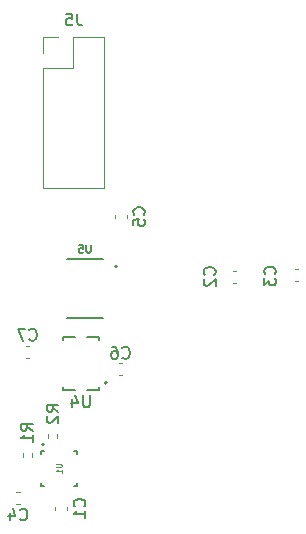
<source format=gbr>
%TF.GenerationSoftware,KiCad,Pcbnew,(6.0.8)*%
%TF.CreationDate,2022-11-08T22:30:31-08:00*%
%TF.ProjectId,ShittyOBC,53686974-7479-44f4-9243-2e6b69636164,rev?*%
%TF.SameCoordinates,Original*%
%TF.FileFunction,Legend,Bot*%
%TF.FilePolarity,Positive*%
%FSLAX46Y46*%
G04 Gerber Fmt 4.6, Leading zero omitted, Abs format (unit mm)*
G04 Created by KiCad (PCBNEW (6.0.8)) date 2022-11-08 22:30:31*
%MOMM*%
%LPD*%
G01*
G04 APERTURE LIST*
%ADD10C,0.150000*%
%ADD11C,0.120000*%
%ADD12C,0.127000*%
%ADD13C,0.200000*%
G04 APERTURE END LIST*
D10*
%TO.C,C4*%
X139241666Y-118848142D02*
X139289285Y-118895761D01*
X139432142Y-118943380D01*
X139527380Y-118943380D01*
X139670238Y-118895761D01*
X139765476Y-118800523D01*
X139813095Y-118705285D01*
X139860714Y-118514809D01*
X139860714Y-118371952D01*
X139813095Y-118181476D01*
X139765476Y-118086238D01*
X139670238Y-117991000D01*
X139527380Y-117943380D01*
X139432142Y-117943380D01*
X139289285Y-117991000D01*
X139241666Y-118038619D01*
X138384523Y-118276714D02*
X138384523Y-118943380D01*
X138622619Y-117895761D02*
X138860714Y-118610047D01*
X138241666Y-118610047D01*
%TO.C,R2*%
X142502380Y-109733333D02*
X142026190Y-109400000D01*
X142502380Y-109161904D02*
X141502380Y-109161904D01*
X141502380Y-109542857D01*
X141550000Y-109638095D01*
X141597619Y-109685714D01*
X141692857Y-109733333D01*
X141835714Y-109733333D01*
X141930952Y-109685714D01*
X141978571Y-109638095D01*
X142026190Y-109542857D01*
X142026190Y-109161904D01*
X141597619Y-110114285D02*
X141550000Y-110161904D01*
X141502380Y-110257142D01*
X141502380Y-110495238D01*
X141550000Y-110590476D01*
X141597619Y-110638095D01*
X141692857Y-110685714D01*
X141788095Y-110685714D01*
X141930952Y-110638095D01*
X142502380Y-110066666D01*
X142502380Y-110685714D01*
%TO.C,J5*%
X144103333Y-76032380D02*
X144103333Y-76746666D01*
X144150952Y-76889523D01*
X144246190Y-76984761D01*
X144389047Y-77032380D01*
X144484285Y-77032380D01*
X143150952Y-76032380D02*
X143627142Y-76032380D01*
X143674761Y-76508571D01*
X143627142Y-76460952D01*
X143531904Y-76413333D01*
X143293809Y-76413333D01*
X143198571Y-76460952D01*
X143150952Y-76508571D01*
X143103333Y-76603809D01*
X143103333Y-76841904D01*
X143150952Y-76937142D01*
X143198571Y-76984761D01*
X143293809Y-77032380D01*
X143531904Y-77032380D01*
X143627142Y-76984761D01*
X143674761Y-76937142D01*
%TO.C,C3*%
X160807142Y-98083333D02*
X160854761Y-98035714D01*
X160902380Y-97892857D01*
X160902380Y-97797619D01*
X160854761Y-97654761D01*
X160759523Y-97559523D01*
X160664285Y-97511904D01*
X160473809Y-97464285D01*
X160330952Y-97464285D01*
X160140476Y-97511904D01*
X160045238Y-97559523D01*
X159950000Y-97654761D01*
X159902380Y-97797619D01*
X159902380Y-97892857D01*
X159950000Y-98035714D01*
X159997619Y-98083333D01*
X159902380Y-98416666D02*
X159902380Y-99035714D01*
X160283333Y-98702380D01*
X160283333Y-98845238D01*
X160330952Y-98940476D01*
X160378571Y-98988095D01*
X160473809Y-99035714D01*
X160711904Y-99035714D01*
X160807142Y-98988095D01*
X160854761Y-98940476D01*
X160902380Y-98845238D01*
X160902380Y-98559523D01*
X160854761Y-98464285D01*
X160807142Y-98416666D01*
%TO.C,C1*%
X144682142Y-117758333D02*
X144729761Y-117710714D01*
X144777380Y-117567857D01*
X144777380Y-117472619D01*
X144729761Y-117329761D01*
X144634523Y-117234523D01*
X144539285Y-117186904D01*
X144348809Y-117139285D01*
X144205952Y-117139285D01*
X144015476Y-117186904D01*
X143920238Y-117234523D01*
X143825000Y-117329761D01*
X143777380Y-117472619D01*
X143777380Y-117567857D01*
X143825000Y-117710714D01*
X143872619Y-117758333D01*
X144777380Y-118710714D02*
X144777380Y-118139285D01*
X144777380Y-118425000D02*
X143777380Y-118425000D01*
X143920238Y-118329761D01*
X144015476Y-118234523D01*
X144063095Y-118139285D01*
%TO.C,U5*%
X145238132Y-95643270D02*
X145238132Y-96161908D01*
X145207624Y-96222924D01*
X145177116Y-96253432D01*
X145116100Y-96283940D01*
X144994067Y-96283940D01*
X144933051Y-96253432D01*
X144902543Y-96222924D01*
X144872035Y-96161908D01*
X144872035Y-95643270D01*
X144261873Y-95643270D02*
X144566954Y-95643270D01*
X144597462Y-95948351D01*
X144566954Y-95917843D01*
X144505938Y-95887335D01*
X144353397Y-95887335D01*
X144292381Y-95917843D01*
X144261873Y-95948351D01*
X144231365Y-96009368D01*
X144231365Y-96161908D01*
X144261873Y-96222924D01*
X144292381Y-96253432D01*
X144353397Y-96283940D01*
X144505938Y-96283940D01*
X144566954Y-96253432D01*
X144597462Y-96222924D01*
%TO.C,C6*%
X147916666Y-105157142D02*
X147964285Y-105204761D01*
X148107142Y-105252380D01*
X148202380Y-105252380D01*
X148345238Y-105204761D01*
X148440476Y-105109523D01*
X148488095Y-105014285D01*
X148535714Y-104823809D01*
X148535714Y-104680952D01*
X148488095Y-104490476D01*
X148440476Y-104395238D01*
X148345238Y-104300000D01*
X148202380Y-104252380D01*
X148107142Y-104252380D01*
X147964285Y-104300000D01*
X147916666Y-104347619D01*
X147059523Y-104252380D02*
X147250000Y-104252380D01*
X147345238Y-104300000D01*
X147392857Y-104347619D01*
X147488095Y-104490476D01*
X147535714Y-104680952D01*
X147535714Y-105061904D01*
X147488095Y-105157142D01*
X147440476Y-105204761D01*
X147345238Y-105252380D01*
X147154761Y-105252380D01*
X147059523Y-105204761D01*
X147011904Y-105157142D01*
X146964285Y-105061904D01*
X146964285Y-104823809D01*
X147011904Y-104728571D01*
X147059523Y-104680952D01*
X147154761Y-104633333D01*
X147345238Y-104633333D01*
X147440476Y-104680952D01*
X147488095Y-104728571D01*
X147535714Y-104823809D01*
%TO.C,C2*%
X155707142Y-98133333D02*
X155754761Y-98085714D01*
X155802380Y-97942857D01*
X155802380Y-97847619D01*
X155754761Y-97704761D01*
X155659523Y-97609523D01*
X155564285Y-97561904D01*
X155373809Y-97514285D01*
X155230952Y-97514285D01*
X155040476Y-97561904D01*
X154945238Y-97609523D01*
X154850000Y-97704761D01*
X154802380Y-97847619D01*
X154802380Y-97942857D01*
X154850000Y-98085714D01*
X154897619Y-98133333D01*
X154897619Y-98514285D02*
X154850000Y-98561904D01*
X154802380Y-98657142D01*
X154802380Y-98895238D01*
X154850000Y-98990476D01*
X154897619Y-99038095D01*
X154992857Y-99085714D01*
X155088095Y-99085714D01*
X155230952Y-99038095D01*
X155802380Y-98466666D01*
X155802380Y-99085714D01*
%TO.C,C7*%
X140041666Y-103627142D02*
X140089285Y-103674761D01*
X140232142Y-103722380D01*
X140327380Y-103722380D01*
X140470238Y-103674761D01*
X140565476Y-103579523D01*
X140613095Y-103484285D01*
X140660714Y-103293809D01*
X140660714Y-103150952D01*
X140613095Y-102960476D01*
X140565476Y-102865238D01*
X140470238Y-102770000D01*
X140327380Y-102722380D01*
X140232142Y-102722380D01*
X140089285Y-102770000D01*
X140041666Y-102817619D01*
X139708333Y-102722380D02*
X139041666Y-102722380D01*
X139470238Y-103722380D01*
%TO.C,R1*%
X140302380Y-111333333D02*
X139826190Y-111000000D01*
X140302380Y-110761904D02*
X139302380Y-110761904D01*
X139302380Y-111142857D01*
X139350000Y-111238095D01*
X139397619Y-111285714D01*
X139492857Y-111333333D01*
X139635714Y-111333333D01*
X139730952Y-111285714D01*
X139778571Y-111238095D01*
X139826190Y-111142857D01*
X139826190Y-110761904D01*
X140302380Y-112285714D02*
X140302380Y-111714285D01*
X140302380Y-112000000D02*
X139302380Y-112000000D01*
X139445238Y-111904761D01*
X139540476Y-111809523D01*
X139588095Y-111714285D01*
%TO.C,U4*%
X145161904Y-108352380D02*
X145161904Y-109161904D01*
X145114285Y-109257142D01*
X145066666Y-109304761D01*
X144971428Y-109352380D01*
X144780952Y-109352380D01*
X144685714Y-109304761D01*
X144638095Y-109257142D01*
X144590476Y-109161904D01*
X144590476Y-108352380D01*
X143685714Y-108685714D02*
X143685714Y-109352380D01*
X143923809Y-108304761D02*
X144161904Y-109019047D01*
X143542857Y-109019047D01*
%TO.C,C5*%
X149735142Y-93064333D02*
X149782761Y-93016714D01*
X149830380Y-92873857D01*
X149830380Y-92778619D01*
X149782761Y-92635761D01*
X149687523Y-92540523D01*
X149592285Y-92492904D01*
X149401809Y-92445285D01*
X149258952Y-92445285D01*
X149068476Y-92492904D01*
X148973238Y-92540523D01*
X148878000Y-92635761D01*
X148830380Y-92778619D01*
X148830380Y-92873857D01*
X148878000Y-93016714D01*
X148925619Y-93064333D01*
X148830380Y-93969095D02*
X148830380Y-93492904D01*
X149306571Y-93445285D01*
X149258952Y-93492904D01*
X149211333Y-93588142D01*
X149211333Y-93826238D01*
X149258952Y-93921476D01*
X149306571Y-93969095D01*
X149401809Y-94016714D01*
X149639904Y-94016714D01*
X149735142Y-93969095D01*
X149782761Y-93921476D01*
X149830380Y-93826238D01*
X149830380Y-93588142D01*
X149782761Y-93492904D01*
X149735142Y-93445285D01*
D11*
%TO.C,U1*%
X142287142Y-114184285D02*
X142675714Y-114184285D01*
X142721428Y-114207142D01*
X142744285Y-114230000D01*
X142767142Y-114275714D01*
X142767142Y-114367142D01*
X142744285Y-114412857D01*
X142721428Y-114435714D01*
X142675714Y-114458571D01*
X142287142Y-114458571D01*
X142767142Y-114938571D02*
X142767142Y-114664285D01*
X142767142Y-114801428D02*
X142287142Y-114801428D01*
X142355714Y-114755714D01*
X142401428Y-114710000D01*
X142424285Y-114664285D01*
%TO.C,C4*%
X139215580Y-116506000D02*
X138934420Y-116506000D01*
X139215580Y-117526000D02*
X138934420Y-117526000D01*
%TO.C,R2*%
X142380000Y-111636359D02*
X142380000Y-111943641D01*
X141620000Y-111636359D02*
X141620000Y-111943641D01*
%TO.C,J5*%
X142500000Y-78020000D02*
X141170000Y-78020000D01*
X146370000Y-78020000D02*
X146370000Y-90840000D01*
X141170000Y-78020000D02*
X141170000Y-79350000D01*
X143770000Y-80620000D02*
X141170000Y-80620000D01*
X146370000Y-78020000D02*
X143770000Y-78020000D01*
X146370000Y-90840000D02*
X141170000Y-90840000D01*
X141170000Y-80620000D02*
X141170000Y-90840000D01*
X143770000Y-78020000D02*
X143770000Y-80620000D01*
%TO.C,C3*%
X162484420Y-97690000D02*
X162765580Y-97690000D01*
X162484420Y-98710000D02*
X162765580Y-98710000D01*
%TO.C,C1*%
X143258000Y-117784420D02*
X143258000Y-118065580D01*
X142238000Y-117784420D02*
X142238000Y-118065580D01*
D12*
%TO.C,U5*%
X146250000Y-101825000D02*
X143250000Y-101825000D01*
X146250000Y-96825000D02*
X143250000Y-96825000D01*
D13*
X147477000Y-97452000D02*
G75*
G03*
X147477000Y-97452000I-100000J0D01*
G01*
D11*
%TO.C,C6*%
X147584420Y-106660000D02*
X147865580Y-106660000D01*
X147584420Y-105640000D02*
X147865580Y-105640000D01*
%TO.C,C2*%
X157284420Y-98810000D02*
X157565580Y-98810000D01*
X157284420Y-97790000D02*
X157565580Y-97790000D01*
%TO.C,C7*%
X140015580Y-105210000D02*
X139734420Y-105210000D01*
X140015580Y-104190000D02*
X139734420Y-104190000D01*
%TO.C,R1*%
X139470000Y-113543641D02*
X139470000Y-113236359D01*
X140230000Y-113543641D02*
X140230000Y-113236359D01*
D12*
%TO.C,U4*%
X142900000Y-107650000D02*
X142900000Y-107900000D01*
X142900000Y-107900000D02*
X143900000Y-107900000D01*
X142900000Y-103400000D02*
X142900000Y-103650000D01*
X143900000Y-103400000D02*
X142900000Y-103400000D01*
X145900000Y-107900000D02*
X145900000Y-107650000D01*
X144900000Y-107900000D02*
X145900000Y-107900000D01*
X145900000Y-103400000D02*
X145900000Y-103650000D01*
X144900000Y-103400000D02*
X145900000Y-103400000D01*
D13*
X146600000Y-107279000D02*
G75*
G03*
X146600000Y-107279000I-100000J0D01*
G01*
D11*
%TO.C,C5*%
X148338000Y-93090420D02*
X148338000Y-93371580D01*
X147318000Y-93090420D02*
X147318000Y-93371580D01*
D12*
%TO.C,U1*%
X144050000Y-113050000D02*
X143800000Y-113050000D01*
X144050000Y-116050000D02*
X144050000Y-115800000D01*
X141050000Y-115800000D02*
X141050000Y-116050000D01*
X141050000Y-116050000D02*
X141300000Y-116050000D01*
X143800000Y-116050000D02*
X144050000Y-116050000D01*
X141050000Y-113050000D02*
X141050000Y-113300000D01*
X141300000Y-113050000D02*
X141050000Y-113050000D01*
X144050000Y-113300000D02*
X144050000Y-113050000D01*
D13*
X141272000Y-112522000D02*
G75*
G03*
X141272000Y-112522000I-100000J0D01*
G01*
%TD*%
M02*

</source>
